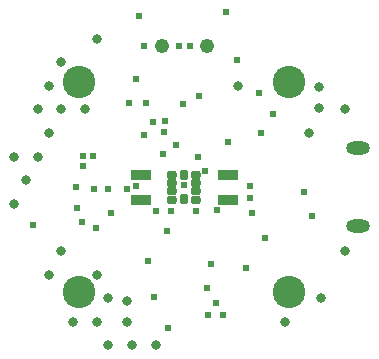
<source format=gbs>
G04*
G04 #@! TF.GenerationSoftware,Altium Limited,Altium Designer,23.3.1 (30)*
G04*
G04 Layer_Color=16711935*
%FSLAX44Y44*%
%MOMM*%
G71*
G04*
G04 #@! TF.SameCoordinates,610A2BD2-EBF3-4158-A638-8146B1F39EFF*
G04*
G04*
G04 #@! TF.FilePolarity,Negative*
G04*
G01*
G75*
%ADD54R,1.6510X0.9652*%
%ADD72C,1.2232*%
%ADD73O,2.0032X1.1032*%
%ADD74C,0.7032*%
%ADD75C,0.6096*%
%ADD76C,0.8382*%
%ADD77C,2.7432*%
G04:AMPARAMS|DCode=99|XSize=0.8332mm|YSize=0.7032mm|CornerRadius=0.2266mm|HoleSize=0mm|Usage=FLASHONLY|Rotation=0.000|XOffset=0mm|YOffset=0mm|HoleType=Round|Shape=RoundedRectangle|*
%AMROUNDEDRECTD99*
21,1,0.8332,0.2500,0,0,0.0*
21,1,0.3800,0.7032,0,0,0.0*
1,1,0.4532,0.1900,-0.1250*
1,1,0.4532,-0.1900,-0.1250*
1,1,0.4532,-0.1900,0.1250*
1,1,0.4532,0.1900,0.1250*
%
%ADD99ROUNDEDRECTD99*%
G04:AMPARAMS|DCode=100|XSize=0.8332mm|YSize=0.7032mm|CornerRadius=0.2266mm|HoleSize=0mm|Usage=FLASHONLY|Rotation=90.000|XOffset=0mm|YOffset=0mm|HoleType=Round|Shape=RoundedRectangle|*
%AMROUNDEDRECTD100*
21,1,0.8332,0.2500,0,0,90.0*
21,1,0.3800,0.7032,0,0,90.0*
1,1,0.4532,0.1250,0.1900*
1,1,0.4532,0.1250,-0.1900*
1,1,0.4532,-0.1250,-0.1900*
1,1,0.4532,-0.1250,0.1900*
%
%ADD100ROUNDEDRECTD100*%
D54*
X217170Y264668D02*
D03*
Y243332D02*
D03*
X290830Y264668D02*
D03*
Y243332D02*
D03*
D72*
X273050Y373380D02*
D03*
X234950D02*
D03*
D73*
X401400Y287000D02*
D03*
Y221000D02*
D03*
D74*
Y287000D02*
D03*
Y221000D02*
D03*
D75*
X215900Y398780D02*
D03*
X254000Y256061D02*
D03*
X167280Y224790D02*
D03*
X221890Y325120D02*
D03*
X259080Y373380D02*
D03*
X271780Y267970D02*
D03*
X240030Y134620D02*
D03*
X289560Y402590D02*
D03*
X246740Y289560D02*
D03*
X290830Y292100D02*
D03*
X266700Y331470D02*
D03*
X249434Y373380D02*
D03*
X125730Y222250D02*
D03*
X223520Y191770D02*
D03*
X229870Y233680D02*
D03*
X239538Y216561D02*
D03*
X242570Y233680D02*
D03*
X205740Y252730D02*
D03*
X162560Y254000D02*
D03*
X219710Y298450D02*
D03*
X163471Y236220D02*
D03*
X189230Y252730D02*
D03*
X177800D02*
D03*
X177170Y280780D02*
D03*
X168170D02*
D03*
Y271780D02*
D03*
X213360Y254966D02*
D03*
X227797Y309270D02*
D03*
X237490Y309880D02*
D03*
X264160Y233680D02*
D03*
X281940Y234950D02*
D03*
X355600Y250190D02*
D03*
X361950Y229870D02*
D03*
X322580Y210820D02*
D03*
X306070Y185420D02*
D03*
X276860Y189230D02*
D03*
X179070Y219710D02*
D03*
X191770Y232410D02*
D03*
X213360Y345440D02*
D03*
X318770Y299720D02*
D03*
X252730Y323980D02*
D03*
X207370Y325120D02*
D03*
X274320Y146050D02*
D03*
X287020D02*
D03*
X280670Y156210D02*
D03*
X228600Y161290D02*
D03*
X317500Y334010D02*
D03*
X311150Y232410D02*
D03*
X298450Y361950D02*
D03*
X219710Y373380D02*
D03*
X237195Y300404D02*
D03*
X236220Y281940D02*
D03*
X328930Y316230D02*
D03*
X309880Y255270D02*
D03*
Y245110D02*
D03*
X273050Y168910D02*
D03*
X265430Y279400D02*
D03*
D76*
X389801Y319837D02*
D03*
Y199898D02*
D03*
X359816Y299847D02*
D03*
X369811Y159918D02*
D03*
X339827Y139929D02*
D03*
X299847Y339827D02*
D03*
X229883Y119939D02*
D03*
X209893D02*
D03*
X179908Y379806D02*
D03*
Y179908D02*
D03*
X189903Y159918D02*
D03*
X179908Y139929D02*
D03*
X189903Y119939D02*
D03*
X169913Y319837D02*
D03*
X159918Y139929D02*
D03*
X149923Y359816D02*
D03*
X139929Y339827D02*
D03*
X149923Y319837D02*
D03*
X139929Y299847D02*
D03*
X149923Y199898D02*
D03*
X139929Y179908D02*
D03*
X129934Y319837D02*
D03*
Y279857D02*
D03*
X119939Y259867D02*
D03*
X109944Y279857D02*
D03*
Y239878D02*
D03*
X205740Y157480D02*
D03*
Y139700D02*
D03*
X368535Y320613D02*
D03*
Y338393D02*
D03*
D77*
X342900Y342900D02*
D03*
Y165100D02*
D03*
X165100D02*
D03*
Y342900D02*
D03*
D99*
X244050Y250500D02*
D03*
Y243500D02*
D03*
Y257500D02*
D03*
X263950Y243500D02*
D03*
Y257500D02*
D03*
Y250500D02*
D03*
X244050Y264500D02*
D03*
X263950D02*
D03*
D100*
X254000Y244050D02*
D03*
Y263950D02*
D03*
M02*

</source>
